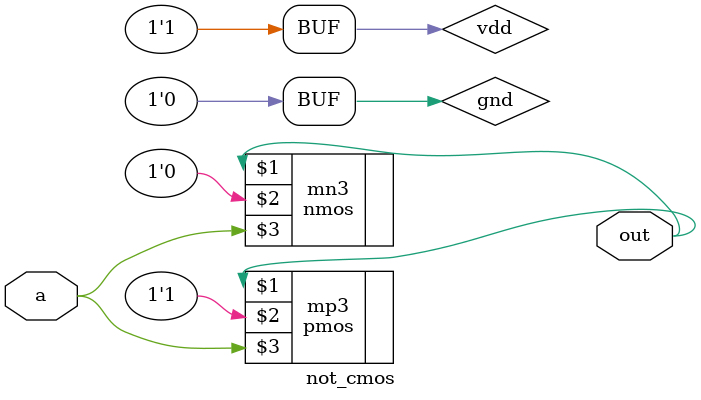
<source format=v>
module not_cmos(
    input a,
    output out 
);

supply1 vdd;
supply0 gnd;

pmos mp3 (out , vdd , a );
nmos mn3 (out , gnd , a );

endmodule
</source>
